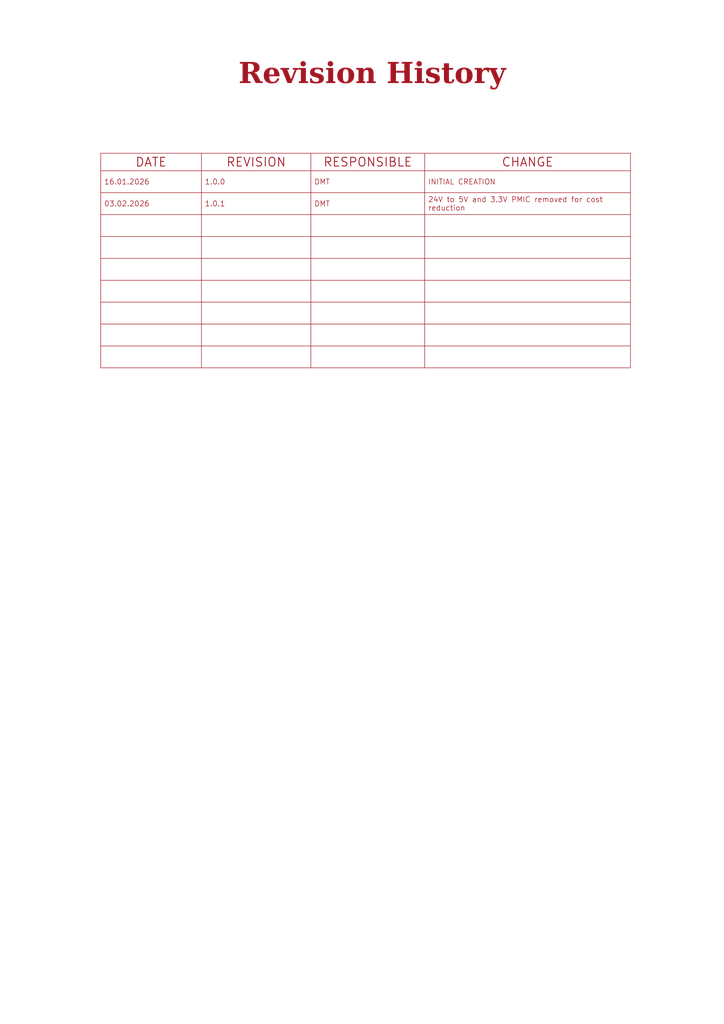
<source format=kicad_sch>
(kicad_sch
	(version 20250114)
	(generator "eeschema")
	(generator_version "9.0")
	(uuid "ea8c4f5e-7a49-4faf-a994-dbc85ed86b0a")
	(paper "A4" portrait)
	(title_block
		(title "Revision History")
		(date "2025-01-12")
		(rev "1.0.0")
		(company "DvidMakesThings")
	)
	(lib_symbols)
	(text_box "${RELEASE_BODY_1.1.0}"
		(exclude_from_sim no)
		(at 220.98 35.56 0)
		(size 58.42 111.76)
		(margins 1.4287 1.4287 1.4287 1.4287)
		(stroke
			(width -0.0001)
			(type default)
		)
		(fill
			(type none)
		)
		(effects
			(font
				(face "Arial")
				(size 1.905 1.905)
				(color 0 0 0 1)
			)
			(justify left top)
		)
		(uuid "0c062e2b-2be1-4307-b752-045c211787f4")
	)
	(text_box "Revision History"
		(exclude_from_sim no)
		(at 39.37 15.24 0)
		(size 137.16 12.7)
		(margins 4.4999 4.4999 4.4999 4.4999)
		(stroke
			(width -0.0001)
			(type solid)
		)
		(fill
			(type none)
		)
		(effects
			(font
				(face "Times New Roman")
				(size 6 6)
				(thickness 1.2)
				(bold yes)
				(color 162 22 34 1)
			)
		)
		(uuid "20a0a094-ac98-46df-bdac-21d5721f7697")
	)
	(text_box "${RELEASE_TITLE_1.1.0}"
		(exclude_from_sim no)
		(at 218.44 31.75 0)
		(size 57.15 7.62)
		(margins 1.4287 1.4287 1.4287 1.4287)
		(stroke
			(width -0.0001)
			(type default)
		)
		(fill
			(type none)
		)
		(effects
			(font
				(face "Arial")
				(size 1.905 1.905)
				(thickness 0.254)
				(bold yes)
			)
			(justify left top)
		)
		(uuid "f47af890-f55a-44bf-b54f-b7df3adde008")
	)
	(table
		(column_count 4)
		(border
			(external yes)
			(header yes)
			(stroke
				(width 0)
				(type solid)
				(color 162 22 34 1)
			)
		)
		(separators
			(rows yes)
			(cols yes)
			(stroke
				(width 0)
				(type solid)
				(color 162 22 34 1)
			)
		)
		(column_widths 29.21 31.75 33.02 59.69)
		(row_heights 5.08 6.35 6.35 6.35 6.35 6.35 6.35 6.35 6.35 6.35)
		(cells
			(table_cell "DATE"
				(exclude_from_sim no)
				(at 29.21 44.45 0)
				(size 29.21 5.08)
				(margins 0.9525 0.9525 0.9525 0.9525)
				(span 1 1)
				(fill
					(type none)
				)
				(effects
					(font
						(size 2.54 2.54)
						(thickness 0.254)
						(bold yes)
						(color 162 22 34 1)
					)
				)
				(uuid "16d3312a-dd6f-4b7b-9fa6-38979e59d98e")
			)
			(table_cell "REVISION"
				(exclude_from_sim no)
				(at 58.42 44.45 0)
				(size 31.75 5.08)
				(margins 0.9525 0.9525 0.9525 0.9525)
				(span 1 1)
				(fill
					(type none)
				)
				(effects
					(font
						(size 2.54 2.54)
						(thickness 0.254)
						(bold yes)
						(color 162 22 34 1)
					)
				)
				(uuid "6cc6e718-7cfc-4fff-a1bf-3657f4bf5fd3")
			)
			(table_cell "RESPONSIBLE"
				(exclude_from_sim no)
				(at 90.17 44.45 0)
				(size 33.02 5.08)
				(margins 0.9525 0.9525 0.9525 0.9525)
				(span 1 1)
				(fill
					(type none)
				)
				(effects
					(font
						(size 2.54 2.54)
						(thickness 0.254)
						(bold yes)
						(color 162 22 34 1)
					)
				)
				(uuid "693f57fd-a39f-4138-abba-78c321743fcc")
			)
			(table_cell "CHANGE"
				(exclude_from_sim no)
				(at 123.19 44.45 0)
				(size 59.69 5.08)
				(margins 0.9525 0.9525 0.9525 0.9525)
				(span 1 1)
				(fill
					(type none)
				)
				(effects
					(font
						(size 2.54 2.54)
						(thickness 0.254)
						(bold yes)
						(color 162 22 34 1)
					)
				)
				(uuid "2c374fd7-404f-4487-a550-6559a77409ac")
			)
			(table_cell "16.01.2026"
				(exclude_from_sim no)
				(at 29.21 49.53 0)
				(size 29.21 6.35)
				(margins 0.9525 0.9525 0.9525 0.9525)
				(span 1 1)
				(fill
					(type none)
				)
				(effects
					(font
						(size 1.524 1.524)
						(color 162 22 34 1)
					)
					(justify left)
				)
				(uuid "dfc021c2-fd96-4e49-8a52-8d8665dc49f2")
			)
			(table_cell "1.0.0"
				(exclude_from_sim no)
				(at 58.42 49.53 0)
				(size 31.75 6.35)
				(margins 0.9525 0.9525 0.9525 0.9525)
				(span 1 1)
				(fill
					(type none)
				)
				(effects
					(font
						(size 1.524 1.524)
						(color 162 22 34 1)
					)
					(justify left)
				)
				(uuid "a86f2bb3-da39-4ed5-b3e7-5200eac4e4fd")
			)
			(table_cell "DMT"
				(exclude_from_sim no)
				(at 90.17 49.53 0)
				(size 33.02 6.35)
				(margins 0.9525 0.9525 0.9525 0.9525)
				(span 1 1)
				(fill
					(type none)
				)
				(effects
					(font
						(size 1.524 1.524)
						(color 162 22 34 1)
					)
					(justify left)
				)
				(uuid "8a47b5a1-1d7d-415a-a3d8-8e00f425fd9a")
			)
			(table_cell "INITIAL CREATION"
				(exclude_from_sim no)
				(at 123.19 49.53 0)
				(size 59.69 6.35)
				(margins 0.9525 0.9525 0.9525 0.9525)
				(span 1 1)
				(fill
					(type none)
				)
				(effects
					(font
						(size 1.524 1.524)
						(color 162 22 34 1)
					)
					(justify left)
				)
				(uuid "fa542104-d51f-4d7a-88f9-cec2d6fb4108")
			)
			(table_cell "03.02.2026"
				(exclude_from_sim no)
				(at 29.21 55.88 0)
				(size 29.21 6.35)
				(margins 0.9525 0.9525 0.9525 0.9525)
				(span 1 1)
				(fill
					(type none)
				)
				(effects
					(font
						(size 1.524 1.524)
						(color 162 22 34 1)
					)
					(justify left)
				)
				(uuid "e42ffa47-4e45-4c87-98ea-1e4560e65b0c")
			)
			(table_cell "1.0.1"
				(exclude_from_sim no)
				(at 58.42 55.88 0)
				(size 31.75 6.35)
				(margins 0.9525 0.9525 0.9525 0.9525)
				(span 1 1)
				(fill
					(type none)
				)
				(effects
					(font
						(size 1.524 1.524)
						(color 162 22 34 1)
					)
					(justify left)
				)
				(uuid "c5eb51ab-37c1-40b1-bbc4-968bdf5c2767")
			)
			(table_cell "DMT"
				(exclude_from_sim no)
				(at 90.17 55.88 0)
				(size 33.02 6.35)
				(margins 0.9525 0.9525 0.9525 0.9525)
				(span 1 1)
				(fill
					(type none)
				)
				(effects
					(font
						(size 1.524 1.524)
						(color 162 22 34 1)
					)
					(justify left)
				)
				(uuid "f6810b22-ac18-4310-9d50-005e705f77c4")
			)
			(table_cell "24V to 5V and 3.3V PMIC removed for cost reduction"
				(exclude_from_sim no)
				(at 123.19 55.88 0)
				(size 59.69 6.35)
				(margins 0.9525 0.9525 0.9525 0.9525)
				(span 1 1)
				(fill
					(type none)
				)
				(effects
					(font
						(size 1.524 1.524)
						(color 162 22 34 1)
					)
					(justify left)
				)
				(uuid "fea7abcc-e785-405b-a857-42485568bb27")
			)
			(table_cell ""
				(exclude_from_sim no)
				(at 29.21 62.23 0)
				(size 29.21 6.35)
				(margins 0.9525 0.9525 0.9525 0.9525)
				(span 1 1)
				(fill
					(type none)
				)
				(effects
					(font
						(size 1.524 1.524)
						(color 162 22 34 1)
					)
					(justify left)
				)
				(uuid "314ef04e-31da-433d-9fca-5cb78c826994")
			)
			(table_cell ""
				(exclude_from_sim no)
				(at 58.42 62.23 0)
				(size 31.75 6.35)
				(margins 0.9525 0.9525 0.9525 0.9525)
				(span 1 1)
				(fill
					(type none)
				)
				(effects
					(font
						(size 1.524 1.524)
						(color 162 22 34 1)
					)
					(justify left)
				)
				(uuid "05e10494-0e22-4e0d-82b5-cc1ac8351115")
			)
			(table_cell ""
				(exclude_from_sim no)
				(at 90.17 62.23 0)
				(size 33.02 6.35)
				(margins 0.9525 0.9525 0.9525 0.9525)
				(span 1 1)
				(fill
					(type none)
				)
				(effects
					(font
						(size 1.524 1.524)
						(color 162 22 34 1)
					)
					(justify left)
				)
				(uuid "6a73efd4-07c3-4feb-a275-7943358091d8")
			)
			(table_cell ""
				(exclude_from_sim no)
				(at 123.19 62.23 0)
				(size 59.69 6.35)
				(margins 0.9525 0.9525 0.9525 0.9525)
				(span 1 1)
				(fill
					(type none)
				)
				(effects
					(font
						(size 1.524 1.524)
						(color 162 22 34 1)
					)
					(justify left)
				)
				(uuid "34f58478-2403-400e-8379-f0f62275324b")
			)
			(table_cell ""
				(exclude_from_sim no)
				(at 29.21 68.58 0)
				(size 29.21 6.35)
				(margins 0.9525 0.9525 0.9525 0.9525)
				(span 1 1)
				(fill
					(type none)
				)
				(effects
					(font
						(size 1.524 1.524)
						(color 162 22 34 1)
					)
					(justify left)
				)
				(uuid "3e6931cd-d340-44cd-9fb4-169143e21baf")
			)
			(table_cell ""
				(exclude_from_sim no)
				(at 58.42 68.58 0)
				(size 31.75 6.35)
				(margins 0.9525 0.9525 0.9525 0.9525)
				(span 1 1)
				(fill
					(type none)
				)
				(effects
					(font
						(size 1.524 1.524)
						(color 162 22 34 1)
					)
					(justify left)
				)
				(uuid "6751def7-b039-450d-8bd0-3551086c1e93")
			)
			(table_cell ""
				(exclude_from_sim no)
				(at 90.17 68.58 0)
				(size 33.02 6.35)
				(margins 0.9525 0.9525 0.9525 0.9525)
				(span 1 1)
				(fill
					(type none)
				)
				(effects
					(font
						(size 1.524 1.524)
						(color 162 22 34 1)
					)
					(justify left)
				)
				(uuid "8b197c3a-9872-4348-bd75-8991d9699322")
			)
			(table_cell ""
				(exclude_from_sim no)
				(at 123.19 68.58 0)
				(size 59.69 6.35)
				(margins 0.9525 0.9525 0.9525 0.9525)
				(span 1 1)
				(fill
					(type none)
				)
				(effects
					(font
						(size 1.524 1.524)
						(color 162 22 34 1)
					)
					(justify left)
				)
				(uuid "35725703-dfd6-4e6d-900a-be7133b7b1ab")
			)
			(table_cell ""
				(exclude_from_sim no)
				(at 29.21 74.93 0)
				(size 29.21 6.35)
				(margins 0.9525 0.9525 0.9525 0.9525)
				(span 1 1)
				(fill
					(type none)
				)
				(effects
					(font
						(size 1.524 1.524)
						(color 162 22 34 1)
					)
					(justify left)
				)
				(uuid "27b3661c-8efd-4985-bb11-a7b8468cac88")
			)
			(table_cell ""
				(exclude_from_sim no)
				(at 58.42 74.93 0)
				(size 31.75 6.35)
				(margins 0.9525 0.9525 0.9525 0.9525)
				(span 1 1)
				(fill
					(type none)
				)
				(effects
					(font
						(size 1.524 1.524)
						(color 162 22 34 1)
					)
					(justify left)
				)
				(uuid "d15acc23-7267-48b7-917e-4c6b7c7a1699")
			)
			(table_cell ""
				(exclude_from_sim no)
				(at 90.17 74.93 0)
				(size 33.02 6.35)
				(margins 0.9525 0.9525 0.9525 0.9525)
				(span 1 1)
				(fill
					(type none)
				)
				(effects
					(font
						(size 1.524 1.524)
						(color 162 22 34 1)
					)
					(justify left)
				)
				(uuid "f114fbf9-610d-4e6a-b9d6-a113a0b17089")
			)
			(table_cell ""
				(exclude_from_sim no)
				(at 123.19 74.93 0)
				(size 59.69 6.35)
				(margins 0.9525 0.9525 0.9525 0.9525)
				(span 1 1)
				(fill
					(type none)
				)
				(effects
					(font
						(size 1.524 1.524)
						(color 162 22 34 1)
					)
					(justify left)
				)
				(uuid "fd960594-db21-4860-a159-307eff1e2394")
			)
			(table_cell ""
				(exclude_from_sim no)
				(at 29.21 81.28 0)
				(size 29.21 6.35)
				(margins 0.9525 0.9525 0.9525 0.9525)
				(span 1 1)
				(fill
					(type none)
				)
				(effects
					(font
						(size 1.524 1.524)
						(color 162 22 34 1)
					)
					(justify left)
				)
				(uuid "5f3fada5-ee71-4b9b-ac20-d48126302948")
			)
			(table_cell ""
				(exclude_from_sim no)
				(at 58.42 81.28 0)
				(size 31.75 6.35)
				(margins 0.9525 0.9525 0.9525 0.9525)
				(span 1 1)
				(fill
					(type none)
				)
				(effects
					(font
						(size 1.524 1.524)
						(color 162 22 34 1)
					)
					(justify left)
				)
				(uuid "a75d524f-ec0d-41ad-bcdd-4d92f8b54699")
			)
			(table_cell ""
				(exclude_from_sim no)
				(at 90.17 81.28 0)
				(size 33.02 6.35)
				(margins 0.9525 0.9525 0.9525 0.9525)
				(span 1 1)
				(fill
					(type none)
				)
				(effects
					(font
						(size 1.524 1.524)
						(color 162 22 34 1)
					)
					(justify left)
				)
				(uuid "2c18f980-867d-4d64-9a38-ae19d01ebaac")
			)
			(table_cell ""
				(exclude_from_sim no)
				(at 123.19 81.28 0)
				(size 59.69 6.35)
				(margins 0.9525 0.9525 0.9525 0.9525)
				(span 1 1)
				(fill
					(type none)
				)
				(effects
					(font
						(size 1.524 1.524)
						(color 162 22 34 1)
					)
					(justify left)
				)
				(uuid "2fee5611-1ec1-4225-ba7b-97813ac0ed7d")
			)
			(table_cell ""
				(exclude_from_sim no)
				(at 29.21 87.63 0)
				(size 29.21 6.35)
				(margins 0.9525 0.9525 0.9525 0.9525)
				(span 1 1)
				(fill
					(type none)
				)
				(effects
					(font
						(size 1.524 1.524)
						(color 162 22 34 1)
					)
					(justify left)
				)
				(uuid "61d7d810-d983-47a5-816e-de34721cc934")
			)
			(table_cell ""
				(exclude_from_sim no)
				(at 58.42 87.63 0)
				(size 31.75 6.35)
				(margins 0.9525 0.9525 0.9525 0.9525)
				(span 1 1)
				(fill
					(type none)
				)
				(effects
					(font
						(size 1.524 1.524)
						(color 162 22 34 1)
					)
					(justify left)
				)
				(uuid "50077eb1-bdf8-437a-b587-93246555991f")
			)
			(table_cell ""
				(exclude_from_sim no)
				(at 90.17 87.63 0)
				(size 33.02 6.35)
				(margins 0.9525 0.9525 0.9525 0.9525)
				(span 1 1)
				(fill
					(type none)
				)
				(effects
					(font
						(size 1.524 1.524)
						(color 162 22 34 1)
					)
					(justify left)
				)
				(uuid "1c8b2960-f010-4f0a-92fb-76b19de8dca0")
			)
			(table_cell ""
				(exclude_from_sim no)
				(at 123.19 87.63 0)
				(size 59.69 6.35)
				(margins 0.9525 0.9525 0.9525 0.9525)
				(span 1 1)
				(fill
					(type none)
				)
				(effects
					(font
						(size 1.524 1.524)
						(color 162 22 34 1)
					)
					(justify left)
				)
				(uuid "199316ce-fb9a-486e-ac8b-939e0961b3dc")
			)
			(table_cell ""
				(exclude_from_sim no)
				(at 29.21 93.98 0)
				(size 29.21 6.35)
				(margins 0.9525 0.9525 0.9525 0.9525)
				(span 1 1)
				(fill
					(type none)
				)
				(effects
					(font
						(size 1.524 1.524)
						(color 162 22 34 1)
					)
					(justify left)
				)
				(uuid "4c32011a-c945-431a-88d0-09aef55cbd21")
			)
			(table_cell ""
				(exclude_from_sim no)
				(at 58.42 93.98 0)
				(size 31.75 6.35)
				(margins 0.9525 0.9525 0.9525 0.9525)
				(span 1 1)
				(fill
					(type none)
				)
				(effects
					(font
						(size 1.524 1.524)
						(color 162 22 34 1)
					)
					(justify left)
				)
				(uuid "06504ee7-00b7-49be-ae90-a5ecfb2daaec")
			)
			(table_cell ""
				(exclude_from_sim no)
				(at 90.17 93.98 0)
				(size 33.02 6.35)
				(margins 0.9525 0.9525 0.9525 0.9525)
				(span 1 1)
				(fill
					(type none)
				)
				(effects
					(font
						(size 1.524 1.524)
						(color 162 22 34 1)
					)
					(justify left)
				)
				(uuid "2fb318fa-a7fa-4e5d-ae06-4e04c534fb2c")
			)
			(table_cell ""
				(exclude_from_sim no)
				(at 123.19 93.98 0)
				(size 59.69 6.35)
				(margins 0.9525 0.9525 0.9525 0.9525)
				(span 1 1)
				(fill
					(type none)
				)
				(effects
					(font
						(size 1.524 1.524)
						(color 162 22 34 1)
					)
					(justify left)
				)
				(uuid "e0f6a796-d4cf-4874-bf47-53cf30fb9291")
			)
			(table_cell ""
				(exclude_from_sim no)
				(at 29.21 100.33 0)
				(size 29.21 6.35)
				(margins 0.9525 0.9525 0.9525 0.9525)
				(span 1 1)
				(fill
					(type none)
				)
				(effects
					(font
						(size 1.524 1.524)
						(color 162 22 34 1)
					)
					(justify left)
				)
				(uuid "728ed11b-c87e-4a4e-a7d8-9dbe073d4468")
			)
			(table_cell ""
				(exclude_from_sim no)
				(at 58.42 100.33 0)
				(size 31.75 6.35)
				(margins 0.9525 0.9525 0.9525 0.9525)
				(span 1 1)
				(fill
					(type none)
				)
				(effects
					(font
						(size 1.524 1.524)
						(color 162 22 34 1)
					)
					(justify left)
				)
				(uuid "ca071c46-dcc2-4584-b2ee-4cc3e7086bb4")
			)
			(table_cell ""
				(exclude_from_sim no)
				(at 90.17 100.33 0)
				(size 33.02 6.35)
				(margins 0.9525 0.9525 0.9525 0.9525)
				(span 1 1)
				(fill
					(type none)
				)
				(effects
					(font
						(size 1.524 1.524)
						(color 162 22 34 1)
					)
					(justify left)
				)
				(uuid "6de247db-3a24-4dee-a3df-d11d072a8736")
			)
			(table_cell ""
				(exclude_from_sim no)
				(at 123.19 100.33 0)
				(size 59.69 6.35)
				(margins 0.9525 0.9525 0.9525 0.9525)
				(span 1 1)
				(fill
					(type none)
				)
				(effects
					(font
						(size 1.524 1.524)
						(color 162 22 34 1)
					)
					(justify left)
				)
				(uuid "f90e4358-3658-4d7f-85d4-01679df79d33")
			)
		)
	)
)

</source>
